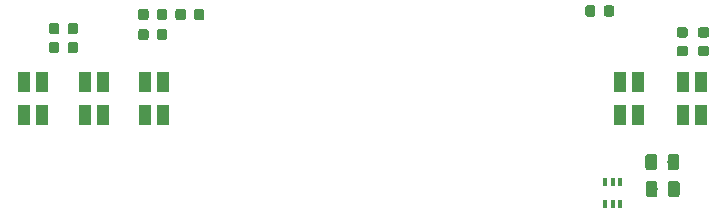
<source format=gtp>
G04 #@! TF.GenerationSoftware,KiCad,Pcbnew,(5.0.2)-1*
G04 #@! TF.CreationDate,2019-03-22T12:40:45+11:00*
G04 #@! TF.ProjectId,VeinCamHatZero,5665696e-4361-46d4-9861-745a65726f2e,rev?*
G04 #@! TF.SameCoordinates,Original*
G04 #@! TF.FileFunction,Paste,Top*
G04 #@! TF.FilePolarity,Positive*
%FSLAX46Y46*%
G04 Gerber Fmt 4.6, Leading zero omitted, Abs format (unit mm)*
G04 Created by KiCad (PCBNEW (5.0.2)-1) date 22/03/2019 12:40:45*
%MOMM*%
%LPD*%
G01*
G04 APERTURE LIST*
%ADD10C,0.150000*%
%ADD11C,0.975000*%
%ADD12R,0.400000X0.650000*%
%ADD13C,0.875000*%
%ADD14R,1.100000X1.700000*%
G04 APERTURE END LIST*
D10*
G04 #@! TO.C,D7*
G36*
X261175143Y-86991175D02*
X261198804Y-86994685D01*
X261222008Y-87000497D01*
X261244530Y-87008555D01*
X261266154Y-87018783D01*
X261286671Y-87031080D01*
X261305884Y-87045330D01*
X261323608Y-87061394D01*
X261339672Y-87079118D01*
X261353922Y-87098331D01*
X261366219Y-87118848D01*
X261376447Y-87140472D01*
X261384505Y-87162994D01*
X261390317Y-87186198D01*
X261393827Y-87209859D01*
X261395001Y-87233751D01*
X261395001Y-88146251D01*
X261393827Y-88170143D01*
X261390317Y-88193804D01*
X261384505Y-88217008D01*
X261376447Y-88239530D01*
X261366219Y-88261154D01*
X261353922Y-88281671D01*
X261339672Y-88300884D01*
X261323608Y-88318608D01*
X261305884Y-88334672D01*
X261286671Y-88348922D01*
X261266154Y-88361219D01*
X261244530Y-88371447D01*
X261222008Y-88379505D01*
X261198804Y-88385317D01*
X261175143Y-88388827D01*
X261151251Y-88390001D01*
X260663751Y-88390001D01*
X260639859Y-88388827D01*
X260616198Y-88385317D01*
X260592994Y-88379505D01*
X260570472Y-88371447D01*
X260548848Y-88361219D01*
X260528331Y-88348922D01*
X260509118Y-88334672D01*
X260491394Y-88318608D01*
X260475330Y-88300884D01*
X260461080Y-88281671D01*
X260448783Y-88261154D01*
X260438555Y-88239530D01*
X260430497Y-88217008D01*
X260424685Y-88193804D01*
X260421175Y-88170143D01*
X260420001Y-88146251D01*
X260420001Y-87233751D01*
X260421175Y-87209859D01*
X260424685Y-87186198D01*
X260430497Y-87162994D01*
X260438555Y-87140472D01*
X260448783Y-87118848D01*
X260461080Y-87098331D01*
X260475330Y-87079118D01*
X260491394Y-87061394D01*
X260509118Y-87045330D01*
X260528331Y-87031080D01*
X260548848Y-87018783D01*
X260570472Y-87008555D01*
X260592994Y-87000497D01*
X260616198Y-86994685D01*
X260639859Y-86991175D01*
X260663751Y-86990001D01*
X261151251Y-86990001D01*
X261175143Y-86991175D01*
X261175143Y-86991175D01*
G37*
D11*
X260907501Y-87690001D03*
D10*
G36*
X263050143Y-86991175D02*
X263073804Y-86994685D01*
X263097008Y-87000497D01*
X263119530Y-87008555D01*
X263141154Y-87018783D01*
X263161671Y-87031080D01*
X263180884Y-87045330D01*
X263198608Y-87061394D01*
X263214672Y-87079118D01*
X263228922Y-87098331D01*
X263241219Y-87118848D01*
X263251447Y-87140472D01*
X263259505Y-87162994D01*
X263265317Y-87186198D01*
X263268827Y-87209859D01*
X263270001Y-87233751D01*
X263270001Y-88146251D01*
X263268827Y-88170143D01*
X263265317Y-88193804D01*
X263259505Y-88217008D01*
X263251447Y-88239530D01*
X263241219Y-88261154D01*
X263228922Y-88281671D01*
X263214672Y-88300884D01*
X263198608Y-88318608D01*
X263180884Y-88334672D01*
X263161671Y-88348922D01*
X263141154Y-88361219D01*
X263119530Y-88371447D01*
X263097008Y-88379505D01*
X263073804Y-88385317D01*
X263050143Y-88388827D01*
X263026251Y-88390001D01*
X262538751Y-88390001D01*
X262514859Y-88388827D01*
X262491198Y-88385317D01*
X262467994Y-88379505D01*
X262445472Y-88371447D01*
X262423848Y-88361219D01*
X262403331Y-88348922D01*
X262384118Y-88334672D01*
X262366394Y-88318608D01*
X262350330Y-88300884D01*
X262336080Y-88281671D01*
X262323783Y-88261154D01*
X262313555Y-88239530D01*
X262305497Y-88217008D01*
X262299685Y-88193804D01*
X262296175Y-88170143D01*
X262295001Y-88146251D01*
X262295001Y-87233751D01*
X262296175Y-87209859D01*
X262299685Y-87186198D01*
X262305497Y-87162994D01*
X262313555Y-87140472D01*
X262323783Y-87118848D01*
X262336080Y-87098331D01*
X262350330Y-87079118D01*
X262366394Y-87061394D01*
X262384118Y-87045330D01*
X262403331Y-87031080D01*
X262423848Y-87018783D01*
X262445472Y-87008555D01*
X262467994Y-87000497D01*
X262491198Y-86994685D01*
X262514859Y-86991175D01*
X262538751Y-86990001D01*
X263026251Y-86990001D01*
X263050143Y-86991175D01*
X263050143Y-86991175D01*
G37*
D11*
X262782501Y-87690001D03*
G04 #@! TD*
D10*
G04 #@! TO.C,D8*
G36*
X263005142Y-84701174D02*
X263028803Y-84704684D01*
X263052007Y-84710496D01*
X263074529Y-84718554D01*
X263096153Y-84728782D01*
X263116670Y-84741079D01*
X263135883Y-84755329D01*
X263153607Y-84771393D01*
X263169671Y-84789117D01*
X263183921Y-84808330D01*
X263196218Y-84828847D01*
X263206446Y-84850471D01*
X263214504Y-84872993D01*
X263220316Y-84896197D01*
X263223826Y-84919858D01*
X263225000Y-84943750D01*
X263225000Y-85856250D01*
X263223826Y-85880142D01*
X263220316Y-85903803D01*
X263214504Y-85927007D01*
X263206446Y-85949529D01*
X263196218Y-85971153D01*
X263183921Y-85991670D01*
X263169671Y-86010883D01*
X263153607Y-86028607D01*
X263135883Y-86044671D01*
X263116670Y-86058921D01*
X263096153Y-86071218D01*
X263074529Y-86081446D01*
X263052007Y-86089504D01*
X263028803Y-86095316D01*
X263005142Y-86098826D01*
X262981250Y-86100000D01*
X262493750Y-86100000D01*
X262469858Y-86098826D01*
X262446197Y-86095316D01*
X262422993Y-86089504D01*
X262400471Y-86081446D01*
X262378847Y-86071218D01*
X262358330Y-86058921D01*
X262339117Y-86044671D01*
X262321393Y-86028607D01*
X262305329Y-86010883D01*
X262291079Y-85991670D01*
X262278782Y-85971153D01*
X262268554Y-85949529D01*
X262260496Y-85927007D01*
X262254684Y-85903803D01*
X262251174Y-85880142D01*
X262250000Y-85856250D01*
X262250000Y-84943750D01*
X262251174Y-84919858D01*
X262254684Y-84896197D01*
X262260496Y-84872993D01*
X262268554Y-84850471D01*
X262278782Y-84828847D01*
X262291079Y-84808330D01*
X262305329Y-84789117D01*
X262321393Y-84771393D01*
X262339117Y-84755329D01*
X262358330Y-84741079D01*
X262378847Y-84728782D01*
X262400471Y-84718554D01*
X262422993Y-84710496D01*
X262446197Y-84704684D01*
X262469858Y-84701174D01*
X262493750Y-84700000D01*
X262981250Y-84700000D01*
X263005142Y-84701174D01*
X263005142Y-84701174D01*
G37*
D11*
X262737500Y-85400000D03*
D10*
G36*
X261130142Y-84701174D02*
X261153803Y-84704684D01*
X261177007Y-84710496D01*
X261199529Y-84718554D01*
X261221153Y-84728782D01*
X261241670Y-84741079D01*
X261260883Y-84755329D01*
X261278607Y-84771393D01*
X261294671Y-84789117D01*
X261308921Y-84808330D01*
X261321218Y-84828847D01*
X261331446Y-84850471D01*
X261339504Y-84872993D01*
X261345316Y-84896197D01*
X261348826Y-84919858D01*
X261350000Y-84943750D01*
X261350000Y-85856250D01*
X261348826Y-85880142D01*
X261345316Y-85903803D01*
X261339504Y-85927007D01*
X261331446Y-85949529D01*
X261321218Y-85971153D01*
X261308921Y-85991670D01*
X261294671Y-86010883D01*
X261278607Y-86028607D01*
X261260883Y-86044671D01*
X261241670Y-86058921D01*
X261221153Y-86071218D01*
X261199529Y-86081446D01*
X261177007Y-86089504D01*
X261153803Y-86095316D01*
X261130142Y-86098826D01*
X261106250Y-86100000D01*
X260618750Y-86100000D01*
X260594858Y-86098826D01*
X260571197Y-86095316D01*
X260547993Y-86089504D01*
X260525471Y-86081446D01*
X260503847Y-86071218D01*
X260483330Y-86058921D01*
X260464117Y-86044671D01*
X260446393Y-86028607D01*
X260430329Y-86010883D01*
X260416079Y-85991670D01*
X260403782Y-85971153D01*
X260393554Y-85949529D01*
X260385496Y-85927007D01*
X260379684Y-85903803D01*
X260376174Y-85880142D01*
X260375000Y-85856250D01*
X260375000Y-84943750D01*
X260376174Y-84919858D01*
X260379684Y-84896197D01*
X260385496Y-84872993D01*
X260393554Y-84850471D01*
X260403782Y-84828847D01*
X260416079Y-84808330D01*
X260430329Y-84789117D01*
X260446393Y-84771393D01*
X260464117Y-84755329D01*
X260483330Y-84741079D01*
X260503847Y-84728782D01*
X260525471Y-84718554D01*
X260547993Y-84710496D01*
X260571197Y-84704684D01*
X260594858Y-84701174D01*
X260618750Y-84700000D01*
X261106250Y-84700000D01*
X261130142Y-84701174D01*
X261130142Y-84701174D01*
G37*
D11*
X260862500Y-85400000D03*
G04 #@! TD*
D12*
G04 #@! TO.C,Q1*
X256950000Y-88950000D03*
X258250000Y-88950000D03*
X257600000Y-87050000D03*
X257600000Y-88950000D03*
X258250000Y-87050000D03*
X256950000Y-87050000D03*
G04 #@! TD*
D10*
G04 #@! TO.C,R1*
G36*
X265577691Y-75551053D02*
X265598926Y-75554203D01*
X265619750Y-75559419D01*
X265639962Y-75566651D01*
X265659368Y-75575830D01*
X265677781Y-75586866D01*
X265695024Y-75599654D01*
X265710930Y-75614070D01*
X265725346Y-75629976D01*
X265738134Y-75647219D01*
X265749170Y-75665632D01*
X265758349Y-75685038D01*
X265765581Y-75705250D01*
X265770797Y-75726074D01*
X265773947Y-75747309D01*
X265775000Y-75768750D01*
X265775000Y-76206250D01*
X265773947Y-76227691D01*
X265770797Y-76248926D01*
X265765581Y-76269750D01*
X265758349Y-76289962D01*
X265749170Y-76309368D01*
X265738134Y-76327781D01*
X265725346Y-76345024D01*
X265710930Y-76360930D01*
X265695024Y-76375346D01*
X265677781Y-76388134D01*
X265659368Y-76399170D01*
X265639962Y-76408349D01*
X265619750Y-76415581D01*
X265598926Y-76420797D01*
X265577691Y-76423947D01*
X265556250Y-76425000D01*
X265043750Y-76425000D01*
X265022309Y-76423947D01*
X265001074Y-76420797D01*
X264980250Y-76415581D01*
X264960038Y-76408349D01*
X264940632Y-76399170D01*
X264922219Y-76388134D01*
X264904976Y-76375346D01*
X264889070Y-76360930D01*
X264874654Y-76345024D01*
X264861866Y-76327781D01*
X264850830Y-76309368D01*
X264841651Y-76289962D01*
X264834419Y-76269750D01*
X264829203Y-76248926D01*
X264826053Y-76227691D01*
X264825000Y-76206250D01*
X264825000Y-75768750D01*
X264826053Y-75747309D01*
X264829203Y-75726074D01*
X264834419Y-75705250D01*
X264841651Y-75685038D01*
X264850830Y-75665632D01*
X264861866Y-75647219D01*
X264874654Y-75629976D01*
X264889070Y-75614070D01*
X264904976Y-75599654D01*
X264922219Y-75586866D01*
X264940632Y-75575830D01*
X264960038Y-75566651D01*
X264980250Y-75559419D01*
X265001074Y-75554203D01*
X265022309Y-75551053D01*
X265043750Y-75550000D01*
X265556250Y-75550000D01*
X265577691Y-75551053D01*
X265577691Y-75551053D01*
G37*
D13*
X265300000Y-75987500D03*
D10*
G36*
X265577691Y-73976053D02*
X265598926Y-73979203D01*
X265619750Y-73984419D01*
X265639962Y-73991651D01*
X265659368Y-74000830D01*
X265677781Y-74011866D01*
X265695024Y-74024654D01*
X265710930Y-74039070D01*
X265725346Y-74054976D01*
X265738134Y-74072219D01*
X265749170Y-74090632D01*
X265758349Y-74110038D01*
X265765581Y-74130250D01*
X265770797Y-74151074D01*
X265773947Y-74172309D01*
X265775000Y-74193750D01*
X265775000Y-74631250D01*
X265773947Y-74652691D01*
X265770797Y-74673926D01*
X265765581Y-74694750D01*
X265758349Y-74714962D01*
X265749170Y-74734368D01*
X265738134Y-74752781D01*
X265725346Y-74770024D01*
X265710930Y-74785930D01*
X265695024Y-74800346D01*
X265677781Y-74813134D01*
X265659368Y-74824170D01*
X265639962Y-74833349D01*
X265619750Y-74840581D01*
X265598926Y-74845797D01*
X265577691Y-74848947D01*
X265556250Y-74850000D01*
X265043750Y-74850000D01*
X265022309Y-74848947D01*
X265001074Y-74845797D01*
X264980250Y-74840581D01*
X264960038Y-74833349D01*
X264940632Y-74824170D01*
X264922219Y-74813134D01*
X264904976Y-74800346D01*
X264889070Y-74785930D01*
X264874654Y-74770024D01*
X264861866Y-74752781D01*
X264850830Y-74734368D01*
X264841651Y-74714962D01*
X264834419Y-74694750D01*
X264829203Y-74673926D01*
X264826053Y-74652691D01*
X264825000Y-74631250D01*
X264825000Y-74193750D01*
X264826053Y-74172309D01*
X264829203Y-74151074D01*
X264834419Y-74130250D01*
X264841651Y-74110038D01*
X264850830Y-74090632D01*
X264861866Y-74072219D01*
X264874654Y-74054976D01*
X264889070Y-74039070D01*
X264904976Y-74024654D01*
X264922219Y-74011866D01*
X264940632Y-74000830D01*
X264960038Y-73991651D01*
X264980250Y-73984419D01*
X265001074Y-73979203D01*
X265022309Y-73976053D01*
X265043750Y-73975000D01*
X265556250Y-73975000D01*
X265577691Y-73976053D01*
X265577691Y-73976053D01*
G37*
D13*
X265300000Y-74412500D03*
G04 #@! TD*
D10*
G04 #@! TO.C,R2*
G36*
X263777691Y-73976053D02*
X263798926Y-73979203D01*
X263819750Y-73984419D01*
X263839962Y-73991651D01*
X263859368Y-74000830D01*
X263877781Y-74011866D01*
X263895024Y-74024654D01*
X263910930Y-74039070D01*
X263925346Y-74054976D01*
X263938134Y-74072219D01*
X263949170Y-74090632D01*
X263958349Y-74110038D01*
X263965581Y-74130250D01*
X263970797Y-74151074D01*
X263973947Y-74172309D01*
X263975000Y-74193750D01*
X263975000Y-74631250D01*
X263973947Y-74652691D01*
X263970797Y-74673926D01*
X263965581Y-74694750D01*
X263958349Y-74714962D01*
X263949170Y-74734368D01*
X263938134Y-74752781D01*
X263925346Y-74770024D01*
X263910930Y-74785930D01*
X263895024Y-74800346D01*
X263877781Y-74813134D01*
X263859368Y-74824170D01*
X263839962Y-74833349D01*
X263819750Y-74840581D01*
X263798926Y-74845797D01*
X263777691Y-74848947D01*
X263756250Y-74850000D01*
X263243750Y-74850000D01*
X263222309Y-74848947D01*
X263201074Y-74845797D01*
X263180250Y-74840581D01*
X263160038Y-74833349D01*
X263140632Y-74824170D01*
X263122219Y-74813134D01*
X263104976Y-74800346D01*
X263089070Y-74785930D01*
X263074654Y-74770024D01*
X263061866Y-74752781D01*
X263050830Y-74734368D01*
X263041651Y-74714962D01*
X263034419Y-74694750D01*
X263029203Y-74673926D01*
X263026053Y-74652691D01*
X263025000Y-74631250D01*
X263025000Y-74193750D01*
X263026053Y-74172309D01*
X263029203Y-74151074D01*
X263034419Y-74130250D01*
X263041651Y-74110038D01*
X263050830Y-74090632D01*
X263061866Y-74072219D01*
X263074654Y-74054976D01*
X263089070Y-74039070D01*
X263104976Y-74024654D01*
X263122219Y-74011866D01*
X263140632Y-74000830D01*
X263160038Y-73991651D01*
X263180250Y-73984419D01*
X263201074Y-73979203D01*
X263222309Y-73976053D01*
X263243750Y-73975000D01*
X263756250Y-73975000D01*
X263777691Y-73976053D01*
X263777691Y-73976053D01*
G37*
D13*
X263500000Y-74412500D03*
D10*
G36*
X263777691Y-75551053D02*
X263798926Y-75554203D01*
X263819750Y-75559419D01*
X263839962Y-75566651D01*
X263859368Y-75575830D01*
X263877781Y-75586866D01*
X263895024Y-75599654D01*
X263910930Y-75614070D01*
X263925346Y-75629976D01*
X263938134Y-75647219D01*
X263949170Y-75665632D01*
X263958349Y-75685038D01*
X263965581Y-75705250D01*
X263970797Y-75726074D01*
X263973947Y-75747309D01*
X263975000Y-75768750D01*
X263975000Y-76206250D01*
X263973947Y-76227691D01*
X263970797Y-76248926D01*
X263965581Y-76269750D01*
X263958349Y-76289962D01*
X263949170Y-76309368D01*
X263938134Y-76327781D01*
X263925346Y-76345024D01*
X263910930Y-76360930D01*
X263895024Y-76375346D01*
X263877781Y-76388134D01*
X263859368Y-76399170D01*
X263839962Y-76408349D01*
X263819750Y-76415581D01*
X263798926Y-76420797D01*
X263777691Y-76423947D01*
X263756250Y-76425000D01*
X263243750Y-76425000D01*
X263222309Y-76423947D01*
X263201074Y-76420797D01*
X263180250Y-76415581D01*
X263160038Y-76408349D01*
X263140632Y-76399170D01*
X263122219Y-76388134D01*
X263104976Y-76375346D01*
X263089070Y-76360930D01*
X263074654Y-76345024D01*
X263061866Y-76327781D01*
X263050830Y-76309368D01*
X263041651Y-76289962D01*
X263034419Y-76269750D01*
X263029203Y-76248926D01*
X263026053Y-76227691D01*
X263025000Y-76206250D01*
X263025000Y-75768750D01*
X263026053Y-75747309D01*
X263029203Y-75726074D01*
X263034419Y-75705250D01*
X263041651Y-75685038D01*
X263050830Y-75665632D01*
X263061866Y-75647219D01*
X263074654Y-75629976D01*
X263089070Y-75614070D01*
X263104976Y-75599654D01*
X263122219Y-75586866D01*
X263140632Y-75575830D01*
X263160038Y-75566651D01*
X263180250Y-75559419D01*
X263201074Y-75554203D01*
X263222309Y-75551053D01*
X263243750Y-75550000D01*
X263756250Y-75550000D01*
X263777691Y-75551053D01*
X263777691Y-75551053D01*
G37*
D13*
X263500000Y-75987500D03*
G04 #@! TD*
D10*
G04 #@! TO.C,R3*
G36*
X210552691Y-75226053D02*
X210573926Y-75229203D01*
X210594750Y-75234419D01*
X210614962Y-75241651D01*
X210634368Y-75250830D01*
X210652781Y-75261866D01*
X210670024Y-75274654D01*
X210685930Y-75289070D01*
X210700346Y-75304976D01*
X210713134Y-75322219D01*
X210724170Y-75340632D01*
X210733349Y-75360038D01*
X210740581Y-75380250D01*
X210745797Y-75401074D01*
X210748947Y-75422309D01*
X210750000Y-75443750D01*
X210750000Y-75956250D01*
X210748947Y-75977691D01*
X210745797Y-75998926D01*
X210740581Y-76019750D01*
X210733349Y-76039962D01*
X210724170Y-76059368D01*
X210713134Y-76077781D01*
X210700346Y-76095024D01*
X210685930Y-76110930D01*
X210670024Y-76125346D01*
X210652781Y-76138134D01*
X210634368Y-76149170D01*
X210614962Y-76158349D01*
X210594750Y-76165581D01*
X210573926Y-76170797D01*
X210552691Y-76173947D01*
X210531250Y-76175000D01*
X210093750Y-76175000D01*
X210072309Y-76173947D01*
X210051074Y-76170797D01*
X210030250Y-76165581D01*
X210010038Y-76158349D01*
X209990632Y-76149170D01*
X209972219Y-76138134D01*
X209954976Y-76125346D01*
X209939070Y-76110930D01*
X209924654Y-76095024D01*
X209911866Y-76077781D01*
X209900830Y-76059368D01*
X209891651Y-76039962D01*
X209884419Y-76019750D01*
X209879203Y-75998926D01*
X209876053Y-75977691D01*
X209875000Y-75956250D01*
X209875000Y-75443750D01*
X209876053Y-75422309D01*
X209879203Y-75401074D01*
X209884419Y-75380250D01*
X209891651Y-75360038D01*
X209900830Y-75340632D01*
X209911866Y-75322219D01*
X209924654Y-75304976D01*
X209939070Y-75289070D01*
X209954976Y-75274654D01*
X209972219Y-75261866D01*
X209990632Y-75250830D01*
X210010038Y-75241651D01*
X210030250Y-75234419D01*
X210051074Y-75229203D01*
X210072309Y-75226053D01*
X210093750Y-75225000D01*
X210531250Y-75225000D01*
X210552691Y-75226053D01*
X210552691Y-75226053D01*
G37*
D13*
X210312500Y-75700000D03*
D10*
G36*
X212127691Y-75226053D02*
X212148926Y-75229203D01*
X212169750Y-75234419D01*
X212189962Y-75241651D01*
X212209368Y-75250830D01*
X212227781Y-75261866D01*
X212245024Y-75274654D01*
X212260930Y-75289070D01*
X212275346Y-75304976D01*
X212288134Y-75322219D01*
X212299170Y-75340632D01*
X212308349Y-75360038D01*
X212315581Y-75380250D01*
X212320797Y-75401074D01*
X212323947Y-75422309D01*
X212325000Y-75443750D01*
X212325000Y-75956250D01*
X212323947Y-75977691D01*
X212320797Y-75998926D01*
X212315581Y-76019750D01*
X212308349Y-76039962D01*
X212299170Y-76059368D01*
X212288134Y-76077781D01*
X212275346Y-76095024D01*
X212260930Y-76110930D01*
X212245024Y-76125346D01*
X212227781Y-76138134D01*
X212209368Y-76149170D01*
X212189962Y-76158349D01*
X212169750Y-76165581D01*
X212148926Y-76170797D01*
X212127691Y-76173947D01*
X212106250Y-76175000D01*
X211668750Y-76175000D01*
X211647309Y-76173947D01*
X211626074Y-76170797D01*
X211605250Y-76165581D01*
X211585038Y-76158349D01*
X211565632Y-76149170D01*
X211547219Y-76138134D01*
X211529976Y-76125346D01*
X211514070Y-76110930D01*
X211499654Y-76095024D01*
X211486866Y-76077781D01*
X211475830Y-76059368D01*
X211466651Y-76039962D01*
X211459419Y-76019750D01*
X211454203Y-75998926D01*
X211451053Y-75977691D01*
X211450000Y-75956250D01*
X211450000Y-75443750D01*
X211451053Y-75422309D01*
X211454203Y-75401074D01*
X211459419Y-75380250D01*
X211466651Y-75360038D01*
X211475830Y-75340632D01*
X211486866Y-75322219D01*
X211499654Y-75304976D01*
X211514070Y-75289070D01*
X211529976Y-75274654D01*
X211547219Y-75261866D01*
X211565632Y-75250830D01*
X211585038Y-75241651D01*
X211605250Y-75234419D01*
X211626074Y-75229203D01*
X211647309Y-75226053D01*
X211668750Y-75225000D01*
X212106250Y-75225000D01*
X212127691Y-75226053D01*
X212127691Y-75226053D01*
G37*
D13*
X211887500Y-75700000D03*
G04 #@! TD*
D10*
G04 #@! TO.C,R4*
G36*
X212127691Y-73626053D02*
X212148926Y-73629203D01*
X212169750Y-73634419D01*
X212189962Y-73641651D01*
X212209368Y-73650830D01*
X212227781Y-73661866D01*
X212245024Y-73674654D01*
X212260930Y-73689070D01*
X212275346Y-73704976D01*
X212288134Y-73722219D01*
X212299170Y-73740632D01*
X212308349Y-73760038D01*
X212315581Y-73780250D01*
X212320797Y-73801074D01*
X212323947Y-73822309D01*
X212325000Y-73843750D01*
X212325000Y-74356250D01*
X212323947Y-74377691D01*
X212320797Y-74398926D01*
X212315581Y-74419750D01*
X212308349Y-74439962D01*
X212299170Y-74459368D01*
X212288134Y-74477781D01*
X212275346Y-74495024D01*
X212260930Y-74510930D01*
X212245024Y-74525346D01*
X212227781Y-74538134D01*
X212209368Y-74549170D01*
X212189962Y-74558349D01*
X212169750Y-74565581D01*
X212148926Y-74570797D01*
X212127691Y-74573947D01*
X212106250Y-74575000D01*
X211668750Y-74575000D01*
X211647309Y-74573947D01*
X211626074Y-74570797D01*
X211605250Y-74565581D01*
X211585038Y-74558349D01*
X211565632Y-74549170D01*
X211547219Y-74538134D01*
X211529976Y-74525346D01*
X211514070Y-74510930D01*
X211499654Y-74495024D01*
X211486866Y-74477781D01*
X211475830Y-74459368D01*
X211466651Y-74439962D01*
X211459419Y-74419750D01*
X211454203Y-74398926D01*
X211451053Y-74377691D01*
X211450000Y-74356250D01*
X211450000Y-73843750D01*
X211451053Y-73822309D01*
X211454203Y-73801074D01*
X211459419Y-73780250D01*
X211466651Y-73760038D01*
X211475830Y-73740632D01*
X211486866Y-73722219D01*
X211499654Y-73704976D01*
X211514070Y-73689070D01*
X211529976Y-73674654D01*
X211547219Y-73661866D01*
X211565632Y-73650830D01*
X211585038Y-73641651D01*
X211605250Y-73634419D01*
X211626074Y-73629203D01*
X211647309Y-73626053D01*
X211668750Y-73625000D01*
X212106250Y-73625000D01*
X212127691Y-73626053D01*
X212127691Y-73626053D01*
G37*
D13*
X211887500Y-74100000D03*
D10*
G36*
X210552691Y-73626053D02*
X210573926Y-73629203D01*
X210594750Y-73634419D01*
X210614962Y-73641651D01*
X210634368Y-73650830D01*
X210652781Y-73661866D01*
X210670024Y-73674654D01*
X210685930Y-73689070D01*
X210700346Y-73704976D01*
X210713134Y-73722219D01*
X210724170Y-73740632D01*
X210733349Y-73760038D01*
X210740581Y-73780250D01*
X210745797Y-73801074D01*
X210748947Y-73822309D01*
X210750000Y-73843750D01*
X210750000Y-74356250D01*
X210748947Y-74377691D01*
X210745797Y-74398926D01*
X210740581Y-74419750D01*
X210733349Y-74439962D01*
X210724170Y-74459368D01*
X210713134Y-74477781D01*
X210700346Y-74495024D01*
X210685930Y-74510930D01*
X210670024Y-74525346D01*
X210652781Y-74538134D01*
X210634368Y-74549170D01*
X210614962Y-74558349D01*
X210594750Y-74565581D01*
X210573926Y-74570797D01*
X210552691Y-74573947D01*
X210531250Y-74575000D01*
X210093750Y-74575000D01*
X210072309Y-74573947D01*
X210051074Y-74570797D01*
X210030250Y-74565581D01*
X210010038Y-74558349D01*
X209990632Y-74549170D01*
X209972219Y-74538134D01*
X209954976Y-74525346D01*
X209939070Y-74510930D01*
X209924654Y-74495024D01*
X209911866Y-74477781D01*
X209900830Y-74459368D01*
X209891651Y-74439962D01*
X209884419Y-74419750D01*
X209879203Y-74398926D01*
X209876053Y-74377691D01*
X209875000Y-74356250D01*
X209875000Y-73843750D01*
X209876053Y-73822309D01*
X209879203Y-73801074D01*
X209884419Y-73780250D01*
X209891651Y-73760038D01*
X209900830Y-73740632D01*
X209911866Y-73722219D01*
X209924654Y-73704976D01*
X209939070Y-73689070D01*
X209954976Y-73674654D01*
X209972219Y-73661866D01*
X209990632Y-73650830D01*
X210010038Y-73641651D01*
X210030250Y-73634419D01*
X210051074Y-73629203D01*
X210072309Y-73626053D01*
X210093750Y-73625000D01*
X210531250Y-73625000D01*
X210552691Y-73626053D01*
X210552691Y-73626053D01*
G37*
D13*
X210312500Y-74100000D03*
G04 #@! TD*
D10*
G04 #@! TO.C,R5*
G36*
X221265191Y-72426053D02*
X221286426Y-72429203D01*
X221307250Y-72434419D01*
X221327462Y-72441651D01*
X221346868Y-72450830D01*
X221365281Y-72461866D01*
X221382524Y-72474654D01*
X221398430Y-72489070D01*
X221412846Y-72504976D01*
X221425634Y-72522219D01*
X221436670Y-72540632D01*
X221445849Y-72560038D01*
X221453081Y-72580250D01*
X221458297Y-72601074D01*
X221461447Y-72622309D01*
X221462500Y-72643750D01*
X221462500Y-73156250D01*
X221461447Y-73177691D01*
X221458297Y-73198926D01*
X221453081Y-73219750D01*
X221445849Y-73239962D01*
X221436670Y-73259368D01*
X221425634Y-73277781D01*
X221412846Y-73295024D01*
X221398430Y-73310930D01*
X221382524Y-73325346D01*
X221365281Y-73338134D01*
X221346868Y-73349170D01*
X221327462Y-73358349D01*
X221307250Y-73365581D01*
X221286426Y-73370797D01*
X221265191Y-73373947D01*
X221243750Y-73375000D01*
X220806250Y-73375000D01*
X220784809Y-73373947D01*
X220763574Y-73370797D01*
X220742750Y-73365581D01*
X220722538Y-73358349D01*
X220703132Y-73349170D01*
X220684719Y-73338134D01*
X220667476Y-73325346D01*
X220651570Y-73310930D01*
X220637154Y-73295024D01*
X220624366Y-73277781D01*
X220613330Y-73259368D01*
X220604151Y-73239962D01*
X220596919Y-73219750D01*
X220591703Y-73198926D01*
X220588553Y-73177691D01*
X220587500Y-73156250D01*
X220587500Y-72643750D01*
X220588553Y-72622309D01*
X220591703Y-72601074D01*
X220596919Y-72580250D01*
X220604151Y-72560038D01*
X220613330Y-72540632D01*
X220624366Y-72522219D01*
X220637154Y-72504976D01*
X220651570Y-72489070D01*
X220667476Y-72474654D01*
X220684719Y-72461866D01*
X220703132Y-72450830D01*
X220722538Y-72441651D01*
X220742750Y-72434419D01*
X220763574Y-72429203D01*
X220784809Y-72426053D01*
X220806250Y-72425000D01*
X221243750Y-72425000D01*
X221265191Y-72426053D01*
X221265191Y-72426053D01*
G37*
D13*
X221025000Y-72900000D03*
D10*
G36*
X222840191Y-72426053D02*
X222861426Y-72429203D01*
X222882250Y-72434419D01*
X222902462Y-72441651D01*
X222921868Y-72450830D01*
X222940281Y-72461866D01*
X222957524Y-72474654D01*
X222973430Y-72489070D01*
X222987846Y-72504976D01*
X223000634Y-72522219D01*
X223011670Y-72540632D01*
X223020849Y-72560038D01*
X223028081Y-72580250D01*
X223033297Y-72601074D01*
X223036447Y-72622309D01*
X223037500Y-72643750D01*
X223037500Y-73156250D01*
X223036447Y-73177691D01*
X223033297Y-73198926D01*
X223028081Y-73219750D01*
X223020849Y-73239962D01*
X223011670Y-73259368D01*
X223000634Y-73277781D01*
X222987846Y-73295024D01*
X222973430Y-73310930D01*
X222957524Y-73325346D01*
X222940281Y-73338134D01*
X222921868Y-73349170D01*
X222902462Y-73358349D01*
X222882250Y-73365581D01*
X222861426Y-73370797D01*
X222840191Y-73373947D01*
X222818750Y-73375000D01*
X222381250Y-73375000D01*
X222359809Y-73373947D01*
X222338574Y-73370797D01*
X222317750Y-73365581D01*
X222297538Y-73358349D01*
X222278132Y-73349170D01*
X222259719Y-73338134D01*
X222242476Y-73325346D01*
X222226570Y-73310930D01*
X222212154Y-73295024D01*
X222199366Y-73277781D01*
X222188330Y-73259368D01*
X222179151Y-73239962D01*
X222171919Y-73219750D01*
X222166703Y-73198926D01*
X222163553Y-73177691D01*
X222162500Y-73156250D01*
X222162500Y-72643750D01*
X222163553Y-72622309D01*
X222166703Y-72601074D01*
X222171919Y-72580250D01*
X222179151Y-72560038D01*
X222188330Y-72540632D01*
X222199366Y-72522219D01*
X222212154Y-72504976D01*
X222226570Y-72489070D01*
X222242476Y-72474654D01*
X222259719Y-72461866D01*
X222278132Y-72450830D01*
X222297538Y-72441651D01*
X222317750Y-72434419D01*
X222338574Y-72429203D01*
X222359809Y-72426053D01*
X222381250Y-72425000D01*
X222818750Y-72425000D01*
X222840191Y-72426053D01*
X222840191Y-72426053D01*
G37*
D13*
X222600000Y-72900000D03*
G04 #@! TD*
D10*
G04 #@! TO.C,R6*
G36*
X218113792Y-72426053D02*
X218135027Y-72429203D01*
X218155851Y-72434419D01*
X218176063Y-72441651D01*
X218195469Y-72450830D01*
X218213882Y-72461866D01*
X218231125Y-72474654D01*
X218247031Y-72489070D01*
X218261447Y-72504976D01*
X218274235Y-72522219D01*
X218285271Y-72540632D01*
X218294450Y-72560038D01*
X218301682Y-72580250D01*
X218306898Y-72601074D01*
X218310048Y-72622309D01*
X218311101Y-72643750D01*
X218311101Y-73156250D01*
X218310048Y-73177691D01*
X218306898Y-73198926D01*
X218301682Y-73219750D01*
X218294450Y-73239962D01*
X218285271Y-73259368D01*
X218274235Y-73277781D01*
X218261447Y-73295024D01*
X218247031Y-73310930D01*
X218231125Y-73325346D01*
X218213882Y-73338134D01*
X218195469Y-73349170D01*
X218176063Y-73358349D01*
X218155851Y-73365581D01*
X218135027Y-73370797D01*
X218113792Y-73373947D01*
X218092351Y-73375000D01*
X217654851Y-73375000D01*
X217633410Y-73373947D01*
X217612175Y-73370797D01*
X217591351Y-73365581D01*
X217571139Y-73358349D01*
X217551733Y-73349170D01*
X217533320Y-73338134D01*
X217516077Y-73325346D01*
X217500171Y-73310930D01*
X217485755Y-73295024D01*
X217472967Y-73277781D01*
X217461931Y-73259368D01*
X217452752Y-73239962D01*
X217445520Y-73219750D01*
X217440304Y-73198926D01*
X217437154Y-73177691D01*
X217436101Y-73156250D01*
X217436101Y-72643750D01*
X217437154Y-72622309D01*
X217440304Y-72601074D01*
X217445520Y-72580250D01*
X217452752Y-72560038D01*
X217461931Y-72540632D01*
X217472967Y-72522219D01*
X217485755Y-72504976D01*
X217500171Y-72489070D01*
X217516077Y-72474654D01*
X217533320Y-72461866D01*
X217551733Y-72450830D01*
X217571139Y-72441651D01*
X217591351Y-72434419D01*
X217612175Y-72429203D01*
X217633410Y-72426053D01*
X217654851Y-72425000D01*
X218092351Y-72425000D01*
X218113792Y-72426053D01*
X218113792Y-72426053D01*
G37*
D13*
X217873601Y-72900000D03*
D10*
G36*
X219688792Y-72426053D02*
X219710027Y-72429203D01*
X219730851Y-72434419D01*
X219751063Y-72441651D01*
X219770469Y-72450830D01*
X219788882Y-72461866D01*
X219806125Y-72474654D01*
X219822031Y-72489070D01*
X219836447Y-72504976D01*
X219849235Y-72522219D01*
X219860271Y-72540632D01*
X219869450Y-72560038D01*
X219876682Y-72580250D01*
X219881898Y-72601074D01*
X219885048Y-72622309D01*
X219886101Y-72643750D01*
X219886101Y-73156250D01*
X219885048Y-73177691D01*
X219881898Y-73198926D01*
X219876682Y-73219750D01*
X219869450Y-73239962D01*
X219860271Y-73259368D01*
X219849235Y-73277781D01*
X219836447Y-73295024D01*
X219822031Y-73310930D01*
X219806125Y-73325346D01*
X219788882Y-73338134D01*
X219770469Y-73349170D01*
X219751063Y-73358349D01*
X219730851Y-73365581D01*
X219710027Y-73370797D01*
X219688792Y-73373947D01*
X219667351Y-73375000D01*
X219229851Y-73375000D01*
X219208410Y-73373947D01*
X219187175Y-73370797D01*
X219166351Y-73365581D01*
X219146139Y-73358349D01*
X219126733Y-73349170D01*
X219108320Y-73338134D01*
X219091077Y-73325346D01*
X219075171Y-73310930D01*
X219060755Y-73295024D01*
X219047967Y-73277781D01*
X219036931Y-73259368D01*
X219027752Y-73239962D01*
X219020520Y-73219750D01*
X219015304Y-73198926D01*
X219012154Y-73177691D01*
X219011101Y-73156250D01*
X219011101Y-72643750D01*
X219012154Y-72622309D01*
X219015304Y-72601074D01*
X219020520Y-72580250D01*
X219027752Y-72560038D01*
X219036931Y-72540632D01*
X219047967Y-72522219D01*
X219060755Y-72504976D01*
X219075171Y-72489070D01*
X219091077Y-72474654D01*
X219108320Y-72461866D01*
X219126733Y-72450830D01*
X219146139Y-72441651D01*
X219166351Y-72434419D01*
X219187175Y-72429203D01*
X219208410Y-72426053D01*
X219229851Y-72425000D01*
X219667351Y-72425000D01*
X219688792Y-72426053D01*
X219688792Y-72426053D01*
G37*
D13*
X219448601Y-72900000D03*
G04 #@! TD*
D10*
G04 #@! TO.C,R7*
G36*
X219688792Y-74126053D02*
X219710027Y-74129203D01*
X219730851Y-74134419D01*
X219751063Y-74141651D01*
X219770469Y-74150830D01*
X219788882Y-74161866D01*
X219806125Y-74174654D01*
X219822031Y-74189070D01*
X219836447Y-74204976D01*
X219849235Y-74222219D01*
X219860271Y-74240632D01*
X219869450Y-74260038D01*
X219876682Y-74280250D01*
X219881898Y-74301074D01*
X219885048Y-74322309D01*
X219886101Y-74343750D01*
X219886101Y-74856250D01*
X219885048Y-74877691D01*
X219881898Y-74898926D01*
X219876682Y-74919750D01*
X219869450Y-74939962D01*
X219860271Y-74959368D01*
X219849235Y-74977781D01*
X219836447Y-74995024D01*
X219822031Y-75010930D01*
X219806125Y-75025346D01*
X219788882Y-75038134D01*
X219770469Y-75049170D01*
X219751063Y-75058349D01*
X219730851Y-75065581D01*
X219710027Y-75070797D01*
X219688792Y-75073947D01*
X219667351Y-75075000D01*
X219229851Y-75075000D01*
X219208410Y-75073947D01*
X219187175Y-75070797D01*
X219166351Y-75065581D01*
X219146139Y-75058349D01*
X219126733Y-75049170D01*
X219108320Y-75038134D01*
X219091077Y-75025346D01*
X219075171Y-75010930D01*
X219060755Y-74995024D01*
X219047967Y-74977781D01*
X219036931Y-74959368D01*
X219027752Y-74939962D01*
X219020520Y-74919750D01*
X219015304Y-74898926D01*
X219012154Y-74877691D01*
X219011101Y-74856250D01*
X219011101Y-74343750D01*
X219012154Y-74322309D01*
X219015304Y-74301074D01*
X219020520Y-74280250D01*
X219027752Y-74260038D01*
X219036931Y-74240632D01*
X219047967Y-74222219D01*
X219060755Y-74204976D01*
X219075171Y-74189070D01*
X219091077Y-74174654D01*
X219108320Y-74161866D01*
X219126733Y-74150830D01*
X219146139Y-74141651D01*
X219166351Y-74134419D01*
X219187175Y-74129203D01*
X219208410Y-74126053D01*
X219229851Y-74125000D01*
X219667351Y-74125000D01*
X219688792Y-74126053D01*
X219688792Y-74126053D01*
G37*
D13*
X219448601Y-74600000D03*
D10*
G36*
X218113792Y-74126053D02*
X218135027Y-74129203D01*
X218155851Y-74134419D01*
X218176063Y-74141651D01*
X218195469Y-74150830D01*
X218213882Y-74161866D01*
X218231125Y-74174654D01*
X218247031Y-74189070D01*
X218261447Y-74204976D01*
X218274235Y-74222219D01*
X218285271Y-74240632D01*
X218294450Y-74260038D01*
X218301682Y-74280250D01*
X218306898Y-74301074D01*
X218310048Y-74322309D01*
X218311101Y-74343750D01*
X218311101Y-74856250D01*
X218310048Y-74877691D01*
X218306898Y-74898926D01*
X218301682Y-74919750D01*
X218294450Y-74939962D01*
X218285271Y-74959368D01*
X218274235Y-74977781D01*
X218261447Y-74995024D01*
X218247031Y-75010930D01*
X218231125Y-75025346D01*
X218213882Y-75038134D01*
X218195469Y-75049170D01*
X218176063Y-75058349D01*
X218155851Y-75065581D01*
X218135027Y-75070797D01*
X218113792Y-75073947D01*
X218092351Y-75075000D01*
X217654851Y-75075000D01*
X217633410Y-75073947D01*
X217612175Y-75070797D01*
X217591351Y-75065581D01*
X217571139Y-75058349D01*
X217551733Y-75049170D01*
X217533320Y-75038134D01*
X217516077Y-75025346D01*
X217500171Y-75010930D01*
X217485755Y-74995024D01*
X217472967Y-74977781D01*
X217461931Y-74959368D01*
X217452752Y-74939962D01*
X217445520Y-74919750D01*
X217440304Y-74898926D01*
X217437154Y-74877691D01*
X217436101Y-74856250D01*
X217436101Y-74343750D01*
X217437154Y-74322309D01*
X217440304Y-74301074D01*
X217445520Y-74280250D01*
X217452752Y-74260038D01*
X217461931Y-74240632D01*
X217472967Y-74222219D01*
X217485755Y-74204976D01*
X217500171Y-74189070D01*
X217516077Y-74174654D01*
X217533320Y-74161866D01*
X217551733Y-74150830D01*
X217571139Y-74141651D01*
X217591351Y-74134419D01*
X217612175Y-74129203D01*
X217633410Y-74126053D01*
X217654851Y-74125000D01*
X218092351Y-74125000D01*
X218113792Y-74126053D01*
X218113792Y-74126053D01*
G37*
D13*
X217873601Y-74600000D03*
G04 #@! TD*
D10*
G04 #@! TO.C,R8*
G36*
X255952691Y-72126053D02*
X255973926Y-72129203D01*
X255994750Y-72134419D01*
X256014962Y-72141651D01*
X256034368Y-72150830D01*
X256052781Y-72161866D01*
X256070024Y-72174654D01*
X256085930Y-72189070D01*
X256100346Y-72204976D01*
X256113134Y-72222219D01*
X256124170Y-72240632D01*
X256133349Y-72260038D01*
X256140581Y-72280250D01*
X256145797Y-72301074D01*
X256148947Y-72322309D01*
X256150000Y-72343750D01*
X256150000Y-72856250D01*
X256148947Y-72877691D01*
X256145797Y-72898926D01*
X256140581Y-72919750D01*
X256133349Y-72939962D01*
X256124170Y-72959368D01*
X256113134Y-72977781D01*
X256100346Y-72995024D01*
X256085930Y-73010930D01*
X256070024Y-73025346D01*
X256052781Y-73038134D01*
X256034368Y-73049170D01*
X256014962Y-73058349D01*
X255994750Y-73065581D01*
X255973926Y-73070797D01*
X255952691Y-73073947D01*
X255931250Y-73075000D01*
X255493750Y-73075000D01*
X255472309Y-73073947D01*
X255451074Y-73070797D01*
X255430250Y-73065581D01*
X255410038Y-73058349D01*
X255390632Y-73049170D01*
X255372219Y-73038134D01*
X255354976Y-73025346D01*
X255339070Y-73010930D01*
X255324654Y-72995024D01*
X255311866Y-72977781D01*
X255300830Y-72959368D01*
X255291651Y-72939962D01*
X255284419Y-72919750D01*
X255279203Y-72898926D01*
X255276053Y-72877691D01*
X255275000Y-72856250D01*
X255275000Y-72343750D01*
X255276053Y-72322309D01*
X255279203Y-72301074D01*
X255284419Y-72280250D01*
X255291651Y-72260038D01*
X255300830Y-72240632D01*
X255311866Y-72222219D01*
X255324654Y-72204976D01*
X255339070Y-72189070D01*
X255354976Y-72174654D01*
X255372219Y-72161866D01*
X255390632Y-72150830D01*
X255410038Y-72141651D01*
X255430250Y-72134419D01*
X255451074Y-72129203D01*
X255472309Y-72126053D01*
X255493750Y-72125000D01*
X255931250Y-72125000D01*
X255952691Y-72126053D01*
X255952691Y-72126053D01*
G37*
D13*
X255712500Y-72600000D03*
D10*
G36*
X257527691Y-72126053D02*
X257548926Y-72129203D01*
X257569750Y-72134419D01*
X257589962Y-72141651D01*
X257609368Y-72150830D01*
X257627781Y-72161866D01*
X257645024Y-72174654D01*
X257660930Y-72189070D01*
X257675346Y-72204976D01*
X257688134Y-72222219D01*
X257699170Y-72240632D01*
X257708349Y-72260038D01*
X257715581Y-72280250D01*
X257720797Y-72301074D01*
X257723947Y-72322309D01*
X257725000Y-72343750D01*
X257725000Y-72856250D01*
X257723947Y-72877691D01*
X257720797Y-72898926D01*
X257715581Y-72919750D01*
X257708349Y-72939962D01*
X257699170Y-72959368D01*
X257688134Y-72977781D01*
X257675346Y-72995024D01*
X257660930Y-73010930D01*
X257645024Y-73025346D01*
X257627781Y-73038134D01*
X257609368Y-73049170D01*
X257589962Y-73058349D01*
X257569750Y-73065581D01*
X257548926Y-73070797D01*
X257527691Y-73073947D01*
X257506250Y-73075000D01*
X257068750Y-73075000D01*
X257047309Y-73073947D01*
X257026074Y-73070797D01*
X257005250Y-73065581D01*
X256985038Y-73058349D01*
X256965632Y-73049170D01*
X256947219Y-73038134D01*
X256929976Y-73025346D01*
X256914070Y-73010930D01*
X256899654Y-72995024D01*
X256886866Y-72977781D01*
X256875830Y-72959368D01*
X256866651Y-72939962D01*
X256859419Y-72919750D01*
X256854203Y-72898926D01*
X256851053Y-72877691D01*
X256850000Y-72856250D01*
X256850000Y-72343750D01*
X256851053Y-72322309D01*
X256854203Y-72301074D01*
X256859419Y-72280250D01*
X256866651Y-72260038D01*
X256875830Y-72240632D01*
X256886866Y-72222219D01*
X256899654Y-72204976D01*
X256914070Y-72189070D01*
X256929976Y-72174654D01*
X256947219Y-72161866D01*
X256965632Y-72150830D01*
X256985038Y-72141651D01*
X257005250Y-72134419D01*
X257026074Y-72129203D01*
X257047309Y-72126053D01*
X257068750Y-72125000D01*
X257506250Y-72125000D01*
X257527691Y-72126053D01*
X257527691Y-72126053D01*
G37*
D13*
X257287500Y-72600000D03*
G04 #@! TD*
D14*
G04 #@! TO.C,D1*
X265050000Y-81400000D03*
X265050000Y-78600000D03*
X263550000Y-81400000D03*
X263550000Y-78600000D03*
G04 #@! TD*
G04 #@! TO.C,D2*
X207750000Y-78600000D03*
X207750000Y-81400000D03*
X209250000Y-78600000D03*
X209250000Y-81400000D03*
G04 #@! TD*
G04 #@! TO.C,D3*
X259750000Y-81400000D03*
X259750000Y-78600000D03*
X258250000Y-81400000D03*
X258250000Y-78600000D03*
G04 #@! TD*
G04 #@! TO.C,D4*
X212950000Y-78600000D03*
X212950000Y-81400000D03*
X214450000Y-78600000D03*
X214450000Y-81400000D03*
G04 #@! TD*
G04 #@! TO.C,D6*
X218050000Y-78600000D03*
X218050000Y-81400000D03*
X219550000Y-78600000D03*
X219550000Y-81400000D03*
G04 #@! TD*
M02*

</source>
